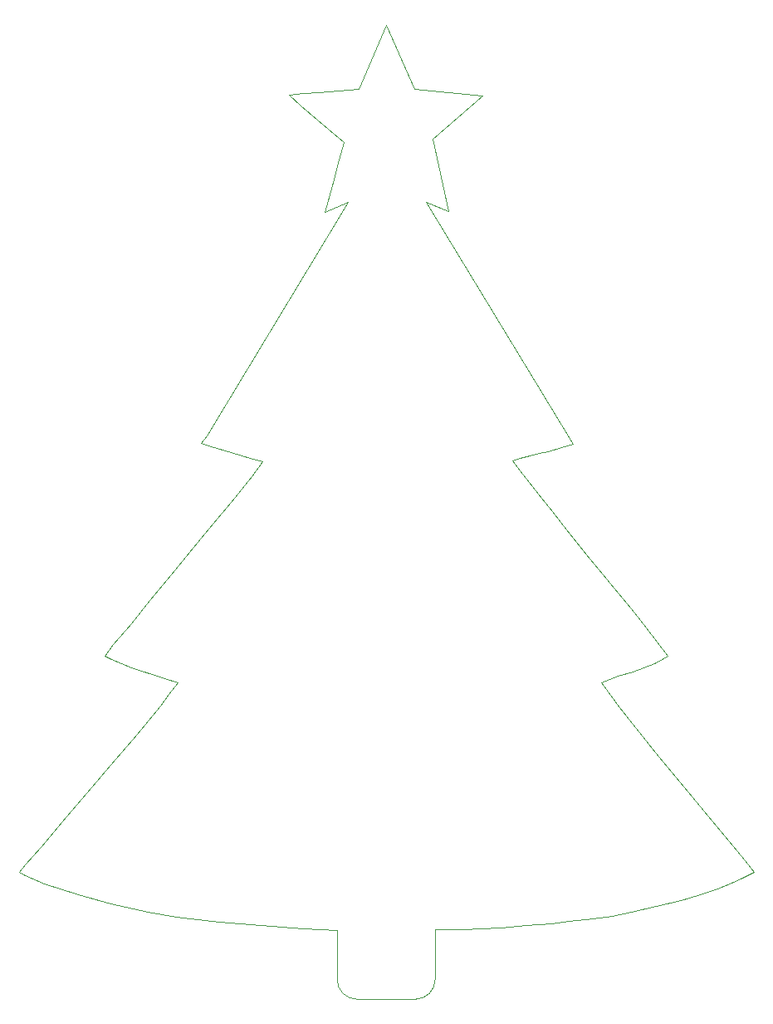
<source format=gbr>
%TF.GenerationSoftware,KiCad,Pcbnew,(6.0.1)*%
%TF.CreationDate,2022-03-07T19:11:38+01:00*%
%TF.ProjectId,LEDChristmasTree-2022,4c454443-6872-4697-9374-6d6173547265,rev?*%
%TF.SameCoordinates,Original*%
%TF.FileFunction,Profile,NP*%
%FSLAX46Y46*%
G04 Gerber Fmt 4.6, Leading zero omitted, Abs format (unit mm)*
G04 Created by KiCad (PCBNEW (6.0.1)) date 2022-03-07 19:11:38*
%MOMM*%
%LPD*%
G01*
G04 APERTURE LIST*
%TA.AperFunction,Profile*%
%ADD10C,0.100000*%
%TD*%
G04 APERTURE END LIST*
D10*
X122050000Y-131350000D02*
X119150000Y-130850000D01*
X136400000Y-50200000D02*
X134700000Y-48750000D01*
X118050000Y-112700000D02*
X120450000Y-109850000D01*
X129750000Y-86450000D02*
X130800000Y-84950000D01*
X146350000Y-47050000D02*
X153250000Y-47700000D01*
X119150000Y-130850000D02*
X115300000Y-130000000D01*
X136500000Y-47400000D02*
X140650000Y-47050000D01*
X171750000Y-105000000D02*
X170750000Y-105500000D01*
X129600000Y-84600000D02*
X127600000Y-84050000D01*
X120450000Y-109850000D02*
X121300000Y-108650000D01*
X167200000Y-110000000D02*
X170900000Y-114600000D01*
X175450000Y-129100000D02*
X173500000Y-129650000D01*
X134700000Y-48750000D02*
X133500000Y-47600000D01*
X152950000Y-132550000D02*
X151450000Y-132600000D01*
X138450000Y-137750000D02*
G75*
G03*
X140450000Y-139750000I1999999J-1D01*
G01*
X180950000Y-126800000D02*
X179800000Y-127400000D01*
X115350000Y-115900000D02*
X118050000Y-112700000D01*
X157050000Y-84650000D02*
X156350000Y-84850000D01*
X167050000Y-106850000D02*
X165350000Y-107450000D01*
X125350000Y-91850000D02*
X127650000Y-89100000D01*
X125550000Y-83450000D02*
X124550000Y-83100000D01*
X159950000Y-83950000D02*
X159050000Y-84150000D01*
X179800000Y-127400000D02*
X178650000Y-127900000D01*
X108550000Y-127950000D02*
X106650000Y-127150000D01*
X159050000Y-84150000D02*
X158100000Y-84400000D01*
X162100000Y-131800000D02*
X160300000Y-132000000D01*
X133500000Y-47600000D02*
X135000000Y-47500000D01*
X115450000Y-105150000D02*
X114750000Y-104750000D01*
X160350000Y-90050000D02*
X161800000Y-91950000D01*
X138450000Y-132750000D02*
X138450000Y-137750000D01*
X178650000Y-127900000D02*
X177200000Y-128500000D01*
X112000000Y-129100000D02*
X108550000Y-127950000D01*
X146450000Y-139750000D02*
G75*
G03*
X148450000Y-137750000I1J1999999D01*
G01*
X162500000Y-83150000D02*
X161300000Y-83550000D01*
X153250000Y-47700000D02*
X148200000Y-52100000D01*
X173500000Y-129650000D02*
X170950000Y-130300000D01*
X165600000Y-107850000D02*
X167200000Y-110000000D01*
X170750000Y-105500000D02*
X168600000Y-106350000D01*
X139525000Y-58550000D02*
X137200000Y-59550000D01*
X135000000Y-132550000D02*
X130700000Y-132250000D01*
X106650000Y-127150000D02*
X106000000Y-126750000D01*
X119350000Y-99100000D02*
X121500000Y-96500000D01*
X155150000Y-132450000D02*
X152950000Y-132550000D01*
X170950000Y-130300000D02*
X168450000Y-130850000D01*
X138600000Y-54200000D02*
X139100000Y-52450000D01*
X168600000Y-106350000D02*
X167050000Y-106850000D01*
X170900000Y-114600000D02*
X180000000Y-125600000D01*
X151450000Y-132600000D02*
X148450000Y-132650000D01*
X161300000Y-83550000D02*
X159950000Y-83950000D01*
X122200000Y-107450000D02*
X120550000Y-106950000D01*
X117450000Y-101450000D02*
X119350000Y-99100000D01*
X125150000Y-82300000D02*
X139525000Y-58550000D01*
X135000000Y-47500000D02*
X136500000Y-47400000D01*
X117450000Y-105950000D02*
X115450000Y-105150000D01*
X126450000Y-131900000D02*
X122050000Y-131350000D01*
X161800000Y-91950000D02*
X163850000Y-94450000D01*
X110850000Y-121150000D02*
X113400000Y-118150000D01*
X139100000Y-52450000D02*
X136400000Y-50200000D01*
X143450000Y-40500000D02*
X146350000Y-47050000D01*
X168450000Y-130850000D02*
X166450000Y-131250000D01*
X106000000Y-126750000D02*
X106600000Y-126050000D01*
X120550000Y-106950000D02*
X117450000Y-105950000D01*
X124550000Y-83100000D02*
X125150000Y-82300000D01*
X157650000Y-132250000D02*
X155150000Y-132450000D01*
X159300000Y-88650000D02*
X160350000Y-90050000D01*
X114750000Y-104750000D02*
X115600000Y-103600000D01*
X121300000Y-108650000D02*
X122200000Y-107450000D01*
X146450000Y-139750000D02*
X140450000Y-139750000D01*
X127600000Y-84050000D02*
X125550000Y-83450000D01*
X127650000Y-89100000D02*
X129750000Y-86450000D01*
X121500000Y-96500000D02*
X123400000Y-94200000D01*
X148450000Y-132650000D02*
X148450000Y-137750000D01*
X137200000Y-59550000D02*
X137950000Y-56850000D01*
X165350000Y-107450000D02*
X165600000Y-107850000D01*
X137950000Y-56850000D02*
X138600000Y-54200000D01*
X130800000Y-84950000D02*
X129600000Y-84600000D01*
X180000000Y-125600000D02*
X180950000Y-126800000D01*
X140650000Y-47050000D02*
X143450000Y-40500000D01*
X130700000Y-132250000D02*
X126450000Y-131900000D01*
X177200000Y-128500000D02*
X175450000Y-129100000D01*
X164550000Y-131500000D02*
X162100000Y-131800000D01*
X172150000Y-104750000D02*
X171750000Y-105000000D01*
X160300000Y-132000000D02*
X157650000Y-132250000D01*
X156350000Y-84850000D02*
X157100000Y-85900000D01*
X138450000Y-132750000D02*
X135000000Y-132550000D01*
X166450000Y-131250000D02*
X164550000Y-131500000D01*
X115600000Y-103600000D02*
X117450000Y-101450000D01*
X149800000Y-59500000D02*
X147475000Y-58525000D01*
X147475000Y-58525000D02*
X162500000Y-83150000D01*
X106600000Y-126050000D02*
X108200000Y-124250000D01*
X169950000Y-101900000D02*
X172150000Y-104750000D01*
X163850000Y-94450000D02*
X168750000Y-100400000D01*
X158100000Y-84400000D02*
X157050000Y-84650000D01*
X157100000Y-85900000D02*
X159300000Y-88650000D01*
X123400000Y-94200000D02*
X125350000Y-91850000D01*
X168750000Y-100400000D02*
X169950000Y-101900000D01*
X113400000Y-118150000D02*
X115350000Y-115900000D01*
X108200000Y-124250000D02*
X110850000Y-121150000D01*
X148200000Y-52100000D02*
X149800000Y-59500000D01*
X115300000Y-130000000D02*
X112000000Y-129100000D01*
M02*

</source>
